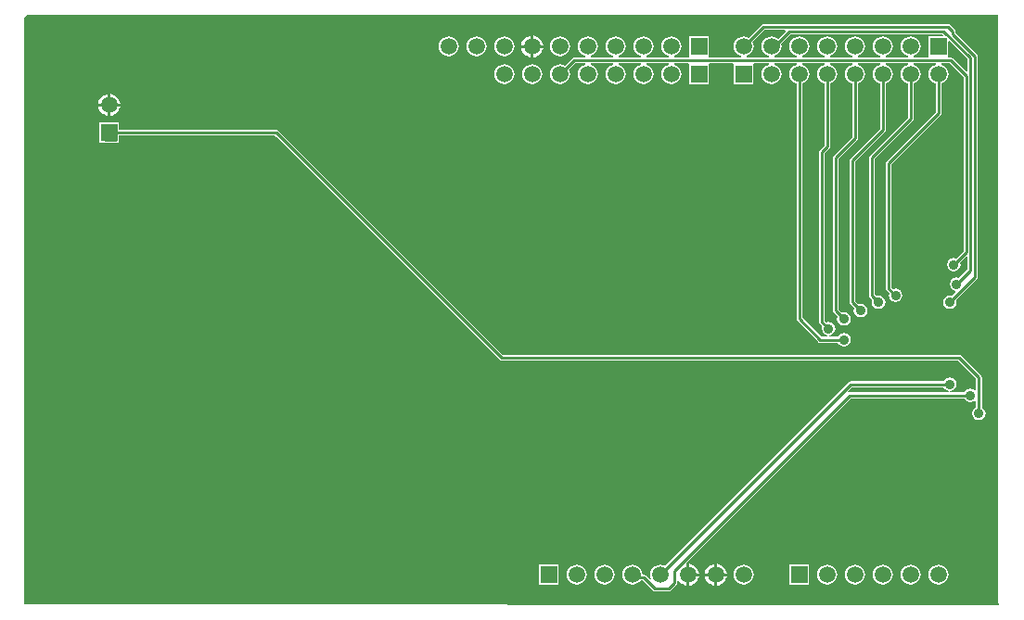
<source format=gbl>
G04*
G04 #@! TF.GenerationSoftware,Altium Limited,Altium Designer,20.1.12 (249)*
G04*
G04 Layer_Physical_Order=2*
G04 Layer_Color=16711680*
%FSLAX25Y25*%
%MOIN*%
G70*
G04*
G04 #@! TF.SameCoordinates,4F675399-67DD-4CB6-B460-1E4A0243881F*
G04*
G04*
G04 #@! TF.FilePolarity,Positive*
G04*
G01*
G75*
%ADD20C,0.00900*%
%ADD21R,0.05906X0.05906*%
%ADD22C,0.05906*%
%ADD23R,0.05906X0.05906*%
%ADD24C,0.03600*%
G36*
X622500Y209500D02*
X623000Y209000D01*
X622500Y208500D01*
X272500Y209000D01*
X272498Y419998D01*
X273500Y421000D01*
X622500D01*
Y209500D01*
D02*
G37*
%LPC*%
G36*
X604500Y417571D02*
X538000D01*
X537590Y417489D01*
X537243Y417257D01*
X537243Y417257D01*
X532649Y412663D01*
X531927Y412961D01*
X531000Y413083D01*
X530072Y412961D01*
X529208Y412603D01*
X528466Y412034D01*
X527897Y411292D01*
X527539Y410428D01*
X527417Y409500D01*
X527539Y408573D01*
X527897Y407708D01*
X528466Y406966D01*
X529208Y406397D01*
X530072Y406039D01*
X529959Y405571D01*
X518851D01*
X518553Y405947D01*
X518553Y406071D01*
Y413053D01*
X511447D01*
Y406071D01*
X511447Y405947D01*
X511150Y405571D01*
X506040D01*
X505928Y406039D01*
X506792Y406397D01*
X507534Y406966D01*
X508103Y407708D01*
X508461Y408573D01*
X508583Y409500D01*
X508461Y410428D01*
X508103Y411292D01*
X507534Y412034D01*
X506792Y412603D01*
X505928Y412961D01*
X505000Y413083D01*
X504073Y412961D01*
X503208Y412603D01*
X502466Y412034D01*
X501897Y411292D01*
X501539Y410428D01*
X501417Y409500D01*
X501539Y408573D01*
X501897Y407708D01*
X502466Y406966D01*
X503208Y406397D01*
X504073Y406039D01*
X503960Y405571D01*
X496040D01*
X495927Y406039D01*
X496792Y406397D01*
X497534Y406966D01*
X498103Y407708D01*
X498461Y408573D01*
X498583Y409500D01*
X498461Y410428D01*
X498103Y411292D01*
X497534Y412034D01*
X496792Y412603D01*
X495927Y412961D01*
X495000Y413083D01*
X494072Y412961D01*
X493208Y412603D01*
X492466Y412034D01*
X491897Y411292D01*
X491539Y410428D01*
X491417Y409500D01*
X491539Y408573D01*
X491897Y407708D01*
X492466Y406966D01*
X493208Y406397D01*
X494072Y406039D01*
X493960Y405571D01*
X486040D01*
X485927Y406039D01*
X486792Y406397D01*
X487534Y406966D01*
X488103Y407708D01*
X488461Y408573D01*
X488583Y409500D01*
X488461Y410428D01*
X488103Y411292D01*
X487534Y412034D01*
X486792Y412603D01*
X485927Y412961D01*
X485000Y413083D01*
X484072Y412961D01*
X483208Y412603D01*
X482466Y412034D01*
X481897Y411292D01*
X481539Y410428D01*
X481417Y409500D01*
X481539Y408573D01*
X481897Y407708D01*
X482466Y406966D01*
X483208Y406397D01*
X484072Y406039D01*
X483959Y405571D01*
X476041D01*
X475927Y406039D01*
X476792Y406397D01*
X477534Y406966D01*
X478103Y407708D01*
X478461Y408573D01*
X478583Y409500D01*
X478461Y410428D01*
X478103Y411292D01*
X477534Y412034D01*
X476792Y412603D01*
X475927Y412961D01*
X475000Y413083D01*
X474073Y412961D01*
X473208Y412603D01*
X472466Y412034D01*
X471897Y411292D01*
X471539Y410428D01*
X471417Y409500D01*
X471539Y408573D01*
X471897Y407708D01*
X472466Y406966D01*
X473208Y406397D01*
X474073Y406039D01*
X473959Y405571D01*
X470000D01*
X470000Y405571D01*
X469590Y405489D01*
X469243Y405257D01*
X466649Y402663D01*
X465928Y402961D01*
X465000Y403083D01*
X464073Y402961D01*
X463208Y402603D01*
X462466Y402034D01*
X461897Y401292D01*
X461539Y400427D01*
X461417Y399500D01*
X461539Y398573D01*
X461897Y397708D01*
X462466Y396966D01*
X463208Y396397D01*
X464073Y396039D01*
X465000Y395917D01*
X465928Y396039D01*
X466792Y396397D01*
X467534Y396966D01*
X468103Y397708D01*
X468461Y398573D01*
X468583Y399500D01*
X468461Y400427D01*
X468163Y401149D01*
X470443Y403429D01*
X473959D01*
X474073Y402961D01*
X473208Y402603D01*
X472466Y402034D01*
X471897Y401292D01*
X471539Y400427D01*
X471417Y399500D01*
X471539Y398573D01*
X471897Y397708D01*
X472466Y396966D01*
X473208Y396397D01*
X474073Y396039D01*
X475000Y395917D01*
X475927Y396039D01*
X476792Y396397D01*
X477534Y396966D01*
X478103Y397708D01*
X478461Y398573D01*
X478583Y399500D01*
X478461Y400427D01*
X478103Y401292D01*
X477534Y402034D01*
X476792Y402603D01*
X475927Y402961D01*
X476041Y403429D01*
X483959D01*
X484072Y402961D01*
X483208Y402603D01*
X482466Y402034D01*
X481897Y401292D01*
X481539Y400427D01*
X481417Y399500D01*
X481539Y398573D01*
X481897Y397708D01*
X482466Y396966D01*
X483208Y396397D01*
X484072Y396039D01*
X485000Y395917D01*
X485927Y396039D01*
X486792Y396397D01*
X487534Y396966D01*
X488103Y397708D01*
X488461Y398573D01*
X488583Y399500D01*
X488461Y400427D01*
X488103Y401292D01*
X487534Y402034D01*
X486792Y402603D01*
X485927Y402961D01*
X486040Y403429D01*
X493960D01*
X494072Y402961D01*
X493208Y402603D01*
X492466Y402034D01*
X491897Y401292D01*
X491539Y400427D01*
X491417Y399500D01*
X491539Y398573D01*
X491897Y397708D01*
X492466Y396966D01*
X493208Y396397D01*
X494072Y396039D01*
X495000Y395917D01*
X495927Y396039D01*
X496792Y396397D01*
X497534Y396966D01*
X498103Y397708D01*
X498461Y398573D01*
X498583Y399500D01*
X498461Y400427D01*
X498103Y401292D01*
X497534Y402034D01*
X496792Y402603D01*
X495927Y402961D01*
X496040Y403429D01*
X503960D01*
X504073Y402961D01*
X503208Y402603D01*
X502466Y402034D01*
X501897Y401292D01*
X501539Y400427D01*
X501417Y399500D01*
X501539Y398573D01*
X501897Y397708D01*
X502466Y396966D01*
X503208Y396397D01*
X504073Y396039D01*
X505000Y395917D01*
X505928Y396039D01*
X506792Y396397D01*
X507534Y396966D01*
X508103Y397708D01*
X508461Y398573D01*
X508583Y399500D01*
X508461Y400427D01*
X508103Y401292D01*
X507534Y402034D01*
X506792Y402603D01*
X505928Y402961D01*
X506040Y403429D01*
X511150D01*
X511447Y403053D01*
X511447Y402929D01*
Y395947D01*
X518553D01*
Y402929D01*
X518553Y403053D01*
X518851Y403429D01*
X527149D01*
X527447Y403053D01*
X527447Y402929D01*
Y395947D01*
X534553D01*
Y402929D01*
X534553Y403053D01*
X534851Y403429D01*
X539959D01*
X540072Y402961D01*
X539208Y402603D01*
X538466Y402034D01*
X537897Y401292D01*
X537539Y400427D01*
X537417Y399500D01*
X537539Y398573D01*
X537897Y397708D01*
X538466Y396966D01*
X539208Y396397D01*
X540072Y396039D01*
X541000Y395917D01*
X541927Y396039D01*
X542792Y396397D01*
X543534Y396966D01*
X544103Y397708D01*
X544461Y398573D01*
X544583Y399500D01*
X544461Y400427D01*
X544103Y401292D01*
X543534Y402034D01*
X542792Y402603D01*
X541927Y402961D01*
X542040Y403429D01*
X549960D01*
X550072Y402961D01*
X549208Y402603D01*
X548466Y402034D01*
X547897Y401292D01*
X547539Y400427D01*
X547417Y399500D01*
X547539Y398573D01*
X547897Y397708D01*
X548466Y396966D01*
X549208Y396397D01*
X549929Y396098D01*
Y311500D01*
X550011Y311090D01*
X550243Y310743D01*
X557743Y303243D01*
X558090Y303011D01*
X558500Y302929D01*
X564829D01*
X565270Y302270D01*
X566064Y301739D01*
X567000Y301553D01*
X567936Y301739D01*
X568730Y302270D01*
X569261Y303064D01*
X569447Y304000D01*
X569261Y304936D01*
X568730Y305730D01*
X567936Y306261D01*
X567000Y306447D01*
X566064Y306261D01*
X565270Y305730D01*
X564829Y305071D01*
X561865D01*
X561823Y305107D01*
X561856Y305430D01*
X561965Y305646D01*
X562436Y305739D01*
X563230Y306270D01*
X563761Y307064D01*
X563947Y308000D01*
X563761Y308936D01*
X563230Y309730D01*
X562436Y310261D01*
X561500Y310447D01*
X560722Y310292D01*
X560071Y310943D01*
Y371057D01*
X561757Y372743D01*
X561989Y373090D01*
X562071Y373500D01*
X562071Y373500D01*
Y396098D01*
X562792Y396397D01*
X563534Y396966D01*
X564103Y397708D01*
X564461Y398573D01*
X564583Y399500D01*
X564461Y400427D01*
X564103Y401292D01*
X563534Y402034D01*
X562792Y402603D01*
X561928Y402961D01*
X562041Y403429D01*
X569959D01*
X570073Y402961D01*
X569208Y402603D01*
X568466Y402034D01*
X567897Y401292D01*
X567539Y400427D01*
X567417Y399500D01*
X567539Y398573D01*
X567897Y397708D01*
X568466Y396966D01*
X569208Y396397D01*
X569929Y396098D01*
Y376943D01*
X563243Y370257D01*
X563011Y369910D01*
X562929Y369500D01*
Y314500D01*
X563011Y314090D01*
X563243Y313743D01*
X564708Y312278D01*
X564553Y311500D01*
X564739Y310564D01*
X565270Y309770D01*
X566064Y309239D01*
X567000Y309053D01*
X567936Y309239D01*
X568730Y309770D01*
X569261Y310564D01*
X569447Y311500D01*
X569261Y312436D01*
X568730Y313230D01*
X567936Y313761D01*
X567000Y313947D01*
X566222Y313792D01*
X565071Y314943D01*
Y369057D01*
X571757Y375743D01*
X571757Y375743D01*
X571989Y376090D01*
X572071Y376500D01*
Y396098D01*
X572792Y396397D01*
X573534Y396966D01*
X574103Y397708D01*
X574461Y398573D01*
X574583Y399500D01*
X574461Y400427D01*
X574103Y401292D01*
X573534Y402034D01*
X572792Y402603D01*
X571927Y402961D01*
X572041Y403429D01*
X579959D01*
X580072Y402961D01*
X579208Y402603D01*
X578466Y402034D01*
X577897Y401292D01*
X577539Y400427D01*
X577417Y399500D01*
X577539Y398573D01*
X577897Y397708D01*
X578466Y396966D01*
X579208Y396397D01*
X579929Y396098D01*
Y379943D01*
X569243Y369257D01*
X569011Y368910D01*
X568929Y368500D01*
Y317500D01*
X569011Y317090D01*
X569243Y316743D01*
X570708Y315278D01*
X570553Y314500D01*
X570739Y313564D01*
X571270Y312770D01*
X572064Y312239D01*
X573000Y312053D01*
X573936Y312239D01*
X574730Y312770D01*
X575261Y313564D01*
X575447Y314500D01*
X575261Y315436D01*
X574730Y316230D01*
X573936Y316761D01*
X573000Y316947D01*
X572222Y316792D01*
X571071Y317943D01*
Y368057D01*
X581757Y378743D01*
X581989Y379090D01*
X582071Y379500D01*
Y396098D01*
X582792Y396397D01*
X583534Y396966D01*
X584103Y397708D01*
X584461Y398573D01*
X584583Y399500D01*
X584461Y400427D01*
X584103Y401292D01*
X583534Y402034D01*
X582792Y402603D01*
X581927Y402961D01*
X582041Y403429D01*
X589959D01*
X590072Y402961D01*
X589208Y402603D01*
X588466Y402034D01*
X587897Y401292D01*
X587539Y400427D01*
X587417Y399500D01*
X587539Y398573D01*
X587897Y397708D01*
X588466Y396966D01*
X589208Y396397D01*
X589929Y396098D01*
Y383943D01*
X576243Y370257D01*
X576011Y369910D01*
X575929Y369500D01*
Y319990D01*
X576011Y319581D01*
X576243Y319233D01*
X577198Y318278D01*
X577043Y317500D01*
X577230Y316564D01*
X577760Y315770D01*
X578554Y315239D01*
X579490Y315053D01*
X580427Y315239D01*
X581221Y315770D01*
X581751Y316564D01*
X581938Y317500D01*
X581751Y318436D01*
X581221Y319230D01*
X580427Y319761D01*
X579490Y319947D01*
X578712Y319792D01*
X578071Y320434D01*
Y369057D01*
X591757Y382743D01*
X591989Y383090D01*
X592071Y383500D01*
Y396098D01*
X592792Y396397D01*
X593534Y396966D01*
X594103Y397708D01*
X594461Y398573D01*
X594583Y399500D01*
X594461Y400427D01*
X594103Y401292D01*
X593534Y402034D01*
X592792Y402603D01*
X591927Y402961D01*
X592040Y403429D01*
X599960D01*
X600072Y402961D01*
X599208Y402603D01*
X598466Y402034D01*
X597897Y401292D01*
X597539Y400427D01*
X597417Y399500D01*
X597539Y398573D01*
X597897Y397708D01*
X598466Y396966D01*
X599208Y396397D01*
X599929Y396098D01*
Y385943D01*
X582243Y368257D01*
X582011Y367910D01*
X581929Y367500D01*
Y322500D01*
X582011Y322090D01*
X582243Y321743D01*
X583312Y320674D01*
X583178Y320000D01*
X583364Y319064D01*
X583895Y318270D01*
X584689Y317739D01*
X585625Y317553D01*
X586562Y317739D01*
X587356Y318270D01*
X587886Y319064D01*
X588072Y320000D01*
X587886Y320936D01*
X587356Y321730D01*
X586562Y322261D01*
X585625Y322447D01*
X584743Y322271D01*
X584071Y322943D01*
Y367057D01*
X601757Y384743D01*
X601757Y384743D01*
X601989Y385090D01*
X602071Y385500D01*
Y396098D01*
X602792Y396397D01*
X603534Y396966D01*
X604103Y397708D01*
X604461Y398573D01*
X604583Y399500D01*
X604461Y400427D01*
X604103Y401292D01*
X603534Y402034D01*
X602792Y402603D01*
X601928Y402961D01*
X602040Y403429D01*
X605029D01*
X609929Y398529D01*
Y335943D01*
X607278Y333292D01*
X606500Y333447D01*
X605564Y333261D01*
X604770Y332730D01*
X604239Y331936D01*
X604053Y331000D01*
X604239Y330064D01*
X604770Y329270D01*
X605564Y328739D01*
X606500Y328553D01*
X607436Y328739D01*
X608230Y329270D01*
X608761Y330064D01*
X608947Y331000D01*
X608792Y331778D01*
X610967Y333953D01*
X611429Y333762D01*
Y329443D01*
X608278Y326292D01*
X607500Y326447D01*
X606564Y326261D01*
X605770Y325730D01*
X605239Y324936D01*
X605053Y324000D01*
X605239Y323064D01*
X605770Y322270D01*
X606564Y321739D01*
X606968Y321659D01*
X607133Y321116D01*
X605809Y319792D01*
X605030Y319947D01*
X604094Y319761D01*
X603300Y319230D01*
X602770Y318436D01*
X602584Y317500D01*
X602770Y316564D01*
X603300Y315770D01*
X604094Y315239D01*
X605030Y315053D01*
X605967Y315239D01*
X606761Y315770D01*
X607291Y316564D01*
X607478Y317500D01*
X607323Y318278D01*
X614757Y325712D01*
X614989Y326060D01*
X615071Y326469D01*
Y406012D01*
X614989Y406422D01*
X614757Y406769D01*
X607071Y414455D01*
Y415000D01*
X606989Y415410D01*
X606757Y415757D01*
X605257Y417257D01*
X604910Y417489D01*
X604500Y417571D01*
D02*
G37*
G36*
X455500Y413421D02*
Y410000D01*
X458921D01*
X458851Y410532D01*
X458453Y411493D01*
X457819Y412319D01*
X456993Y412953D01*
X456032Y413351D01*
X455500Y413421D01*
D02*
G37*
G36*
X454500D02*
X453968Y413351D01*
X453007Y412953D01*
X452181Y412319D01*
X451547Y411493D01*
X451149Y410532D01*
X451079Y410000D01*
X454500D01*
Y413421D01*
D02*
G37*
G36*
X465000Y413083D02*
X464073Y412961D01*
X463208Y412603D01*
X462466Y412034D01*
X461897Y411292D01*
X461539Y410428D01*
X461417Y409500D01*
X461539Y408573D01*
X461897Y407708D01*
X462466Y406966D01*
X463208Y406397D01*
X464073Y406039D01*
X465000Y405917D01*
X465928Y406039D01*
X466792Y406397D01*
X467534Y406966D01*
X468103Y407708D01*
X468461Y408573D01*
X468583Y409500D01*
X468461Y410428D01*
X468103Y411292D01*
X467534Y412034D01*
X466792Y412603D01*
X465928Y412961D01*
X465000Y413083D01*
D02*
G37*
G36*
X445000D02*
X444072Y412961D01*
X443208Y412603D01*
X442466Y412034D01*
X441897Y411292D01*
X441539Y410428D01*
X441417Y409500D01*
X441539Y408573D01*
X441897Y407708D01*
X442466Y406966D01*
X443208Y406397D01*
X444072Y406039D01*
X445000Y405917D01*
X445927Y406039D01*
X446792Y406397D01*
X447534Y406966D01*
X448103Y407708D01*
X448461Y408573D01*
X448583Y409500D01*
X448461Y410428D01*
X448103Y411292D01*
X447534Y412034D01*
X446792Y412603D01*
X445927Y412961D01*
X445000Y413083D01*
D02*
G37*
G36*
X435000D02*
X434072Y412961D01*
X433208Y412603D01*
X432466Y412034D01*
X431897Y411292D01*
X431539Y410428D01*
X431417Y409500D01*
X431539Y408573D01*
X431897Y407708D01*
X432466Y406966D01*
X433208Y406397D01*
X434072Y406039D01*
X435000Y405917D01*
X435927Y406039D01*
X436792Y406397D01*
X437534Y406966D01*
X438103Y407708D01*
X438461Y408573D01*
X438583Y409500D01*
X438461Y410428D01*
X438103Y411292D01*
X437534Y412034D01*
X436792Y412603D01*
X435927Y412961D01*
X435000Y413083D01*
D02*
G37*
G36*
X425000D02*
X424073Y412961D01*
X423208Y412603D01*
X422466Y412034D01*
X421897Y411292D01*
X421539Y410428D01*
X421417Y409500D01*
X421539Y408573D01*
X421897Y407708D01*
X422466Y406966D01*
X423208Y406397D01*
X424073Y406039D01*
X425000Y405917D01*
X425927Y406039D01*
X426792Y406397D01*
X427534Y406966D01*
X428103Y407708D01*
X428461Y408573D01*
X428583Y409500D01*
X428461Y410428D01*
X428103Y411292D01*
X427534Y412034D01*
X426792Y412603D01*
X425927Y412961D01*
X425000Y413083D01*
D02*
G37*
G36*
X458921Y409000D02*
X455500D01*
Y405579D01*
X456032Y405649D01*
X456993Y406047D01*
X457819Y406681D01*
X458453Y407507D01*
X458851Y408468D01*
X458921Y409000D01*
D02*
G37*
G36*
X454500D02*
X451079D01*
X451149Y408468D01*
X451547Y407507D01*
X452181Y406681D01*
X453007Y406047D01*
X453968Y405649D01*
X454500Y405579D01*
Y409000D01*
D02*
G37*
G36*
X455000Y403083D02*
X454073Y402961D01*
X453208Y402603D01*
X452466Y402034D01*
X451897Y401292D01*
X451539Y400427D01*
X451417Y399500D01*
X451539Y398573D01*
X451897Y397708D01*
X452466Y396966D01*
X453208Y396397D01*
X454073Y396039D01*
X455000Y395917D01*
X455928Y396039D01*
X456792Y396397D01*
X457534Y396966D01*
X458103Y397708D01*
X458461Y398573D01*
X458583Y399500D01*
X458461Y400427D01*
X458103Y401292D01*
X457534Y402034D01*
X456792Y402603D01*
X455928Y402961D01*
X455000Y403083D01*
D02*
G37*
G36*
X445000D02*
X444072Y402961D01*
X443208Y402603D01*
X442466Y402034D01*
X441897Y401292D01*
X441539Y400427D01*
X441417Y399500D01*
X441539Y398573D01*
X441897Y397708D01*
X442466Y396966D01*
X443208Y396397D01*
X444072Y396039D01*
X445000Y395917D01*
X445927Y396039D01*
X446792Y396397D01*
X447534Y396966D01*
X448103Y397708D01*
X448461Y398573D01*
X448583Y399500D01*
X448461Y400427D01*
X448103Y401292D01*
X447534Y402034D01*
X446792Y402603D01*
X445927Y402961D01*
X445000Y403083D01*
D02*
G37*
G36*
X303500Y392421D02*
Y389000D01*
X306921D01*
X306851Y389532D01*
X306453Y390493D01*
X305819Y391319D01*
X304993Y391953D01*
X304032Y392351D01*
X303500Y392421D01*
D02*
G37*
G36*
X302500D02*
X301968Y392351D01*
X301007Y391953D01*
X300181Y391319D01*
X299547Y390493D01*
X299149Y389532D01*
X299079Y389000D01*
X302500D01*
Y392421D01*
D02*
G37*
G36*
X306921Y388000D02*
X303500D01*
Y384579D01*
X304032Y384649D01*
X304993Y385047D01*
X305819Y385681D01*
X306453Y386507D01*
X306851Y387468D01*
X306921Y388000D01*
D02*
G37*
G36*
X302500D02*
X299079D01*
X299149Y387468D01*
X299547Y386507D01*
X300181Y385681D01*
X301007Y385047D01*
X301968Y384649D01*
X302500Y384579D01*
Y388000D01*
D02*
G37*
G36*
X306553Y382053D02*
X299447D01*
Y374947D01*
X301410D01*
X301500Y374929D01*
X305500D01*
X305590Y374947D01*
X306553D01*
Y375910D01*
X306571Y376000D01*
X306553Y376090D01*
Y377429D01*
X362557D01*
X443243Y296743D01*
X443590Y296511D01*
X444000Y296429D01*
X608056D01*
X614429Y290057D01*
Y286214D01*
X613929Y285947D01*
X613436Y286276D01*
X612500Y286462D01*
X611564Y286276D01*
X610770Y285746D01*
X610329Y285086D01*
X605288D01*
X605266Y285096D01*
X605169Y285587D01*
X605309Y285614D01*
X605936Y285739D01*
X606730Y286270D01*
X607261Y287064D01*
X607447Y288000D01*
X607261Y288936D01*
X606730Y289730D01*
X605936Y290261D01*
X605000Y290447D01*
X604064Y290261D01*
X603270Y289730D01*
X602829Y289071D01*
X569500D01*
X569090Y288989D01*
X568743Y288757D01*
X502649Y222663D01*
X501928Y222961D01*
X501000Y223083D01*
X500072Y222961D01*
X499208Y222603D01*
X498466Y222034D01*
X497897Y221292D01*
X497539Y220427D01*
X497417Y219500D01*
X497539Y218573D01*
X497689Y218209D01*
X497265Y217926D01*
X495892Y219299D01*
X495545Y219531D01*
X495135Y219613D01*
X494569D01*
X494461Y220427D01*
X494103Y221292D01*
X493534Y222034D01*
X492792Y222603D01*
X491927Y222961D01*
X491000Y223083D01*
X490072Y222961D01*
X489208Y222603D01*
X488466Y222034D01*
X487897Y221292D01*
X487539Y220427D01*
X487417Y219500D01*
X487539Y218573D01*
X487897Y217708D01*
X488466Y216966D01*
X489208Y216397D01*
X490072Y216039D01*
X491000Y215917D01*
X491927Y216039D01*
X492792Y216397D01*
X493534Y216966D01*
X493922Y217472D01*
X494692D01*
X498420Y213743D01*
X498768Y213511D01*
X499177Y213429D01*
X504000D01*
X504410Y213511D01*
X504757Y213743D01*
X506757Y215743D01*
X506989Y216090D01*
X507071Y216500D01*
X507071Y216500D01*
Y217225D01*
X507518Y217479D01*
X507571Y217476D01*
X508181Y216681D01*
X509007Y216047D01*
X509968Y215649D01*
X510500Y215579D01*
Y219500D01*
Y223775D01*
X510430Y223916D01*
X569459Y282945D01*
X610329D01*
X610770Y282285D01*
X611564Y281754D01*
X612500Y281568D01*
X613436Y281754D01*
X613929Y282084D01*
X614429Y281817D01*
Y279671D01*
X613770Y279230D01*
X613239Y278436D01*
X613053Y277500D01*
X613239Y276564D01*
X613770Y275770D01*
X614564Y275239D01*
X615500Y275053D01*
X616436Y275239D01*
X617230Y275770D01*
X617761Y276564D01*
X617947Y277500D01*
X617761Y278436D01*
X617230Y279230D01*
X616571Y279671D01*
Y290500D01*
X616489Y290910D01*
X616257Y291257D01*
X616257Y291257D01*
X609257Y298257D01*
X608910Y298489D01*
X608500Y298571D01*
X444444D01*
X363757Y379257D01*
X363410Y379489D01*
X363000Y379571D01*
X306553D01*
Y382053D01*
D02*
G37*
G36*
X521500Y223421D02*
Y220000D01*
X524921D01*
X524851Y220532D01*
X524453Y221493D01*
X523819Y222319D01*
X522993Y222953D01*
X522032Y223351D01*
X521500Y223421D01*
D02*
G37*
G36*
X520500D02*
X519968Y223351D01*
X519007Y222953D01*
X518181Y222319D01*
X517547Y221493D01*
X517149Y220532D01*
X517079Y220000D01*
X520500D01*
Y223421D01*
D02*
G37*
G36*
X511500D02*
Y220000D01*
X514921D01*
X514851Y220532D01*
X514453Y221493D01*
X513819Y222319D01*
X512993Y222953D01*
X512032Y223351D01*
X511500Y223421D01*
D02*
G37*
G36*
X554553Y223053D02*
X547447D01*
Y215947D01*
X554553D01*
Y223053D01*
D02*
G37*
G36*
X464553D02*
X457447D01*
Y215947D01*
X464553D01*
Y223053D01*
D02*
G37*
G36*
X601000Y223083D02*
X600072Y222961D01*
X599208Y222603D01*
X598466Y222034D01*
X597897Y221292D01*
X597539Y220427D01*
X597417Y219500D01*
X597539Y218573D01*
X597897Y217708D01*
X598466Y216966D01*
X599208Y216397D01*
X600072Y216039D01*
X601000Y215917D01*
X601928Y216039D01*
X602792Y216397D01*
X603534Y216966D01*
X604103Y217708D01*
X604461Y218573D01*
X604583Y219500D01*
X604461Y220427D01*
X604103Y221292D01*
X603534Y222034D01*
X602792Y222603D01*
X601928Y222961D01*
X601000Y223083D01*
D02*
G37*
G36*
X591000D02*
X590072Y222961D01*
X589208Y222603D01*
X588466Y222034D01*
X587897Y221292D01*
X587539Y220427D01*
X587417Y219500D01*
X587539Y218573D01*
X587897Y217708D01*
X588466Y216966D01*
X589208Y216397D01*
X590072Y216039D01*
X591000Y215917D01*
X591927Y216039D01*
X592792Y216397D01*
X593534Y216966D01*
X594103Y217708D01*
X594461Y218573D01*
X594583Y219500D01*
X594461Y220427D01*
X594103Y221292D01*
X593534Y222034D01*
X592792Y222603D01*
X591927Y222961D01*
X591000Y223083D01*
D02*
G37*
G36*
X581000D02*
X580072Y222961D01*
X579208Y222603D01*
X578466Y222034D01*
X577897Y221292D01*
X577539Y220427D01*
X577417Y219500D01*
X577539Y218573D01*
X577897Y217708D01*
X578466Y216966D01*
X579208Y216397D01*
X580072Y216039D01*
X581000Y215917D01*
X581927Y216039D01*
X582792Y216397D01*
X583534Y216966D01*
X584103Y217708D01*
X584461Y218573D01*
X584583Y219500D01*
X584461Y220427D01*
X584103Y221292D01*
X583534Y222034D01*
X582792Y222603D01*
X581927Y222961D01*
X581000Y223083D01*
D02*
G37*
G36*
X571000D02*
X570073Y222961D01*
X569208Y222603D01*
X568466Y222034D01*
X567897Y221292D01*
X567539Y220427D01*
X567417Y219500D01*
X567539Y218573D01*
X567897Y217708D01*
X568466Y216966D01*
X569208Y216397D01*
X570073Y216039D01*
X571000Y215917D01*
X571927Y216039D01*
X572792Y216397D01*
X573534Y216966D01*
X574103Y217708D01*
X574461Y218573D01*
X574583Y219500D01*
X574461Y220427D01*
X574103Y221292D01*
X573534Y222034D01*
X572792Y222603D01*
X571927Y222961D01*
X571000Y223083D01*
D02*
G37*
G36*
X561000D02*
X560073Y222961D01*
X559208Y222603D01*
X558466Y222034D01*
X557897Y221292D01*
X557539Y220427D01*
X557417Y219500D01*
X557539Y218573D01*
X557897Y217708D01*
X558466Y216966D01*
X559208Y216397D01*
X560073Y216039D01*
X561000Y215917D01*
X561928Y216039D01*
X562792Y216397D01*
X563534Y216966D01*
X564103Y217708D01*
X564461Y218573D01*
X564583Y219500D01*
X564461Y220427D01*
X564103Y221292D01*
X563534Y222034D01*
X562792Y222603D01*
X561928Y222961D01*
X561000Y223083D01*
D02*
G37*
G36*
X531000D02*
X530072Y222961D01*
X529208Y222603D01*
X528466Y222034D01*
X527897Y221292D01*
X527539Y220427D01*
X527417Y219500D01*
X527539Y218573D01*
X527897Y217708D01*
X528466Y216966D01*
X529208Y216397D01*
X530072Y216039D01*
X531000Y215917D01*
X531927Y216039D01*
X532792Y216397D01*
X533534Y216966D01*
X534103Y217708D01*
X534461Y218573D01*
X534583Y219500D01*
X534461Y220427D01*
X534103Y221292D01*
X533534Y222034D01*
X532792Y222603D01*
X531927Y222961D01*
X531000Y223083D01*
D02*
G37*
G36*
X481000D02*
X480072Y222961D01*
X479208Y222603D01*
X478466Y222034D01*
X477897Y221292D01*
X477539Y220427D01*
X477417Y219500D01*
X477539Y218573D01*
X477897Y217708D01*
X478466Y216966D01*
X479208Y216397D01*
X480072Y216039D01*
X481000Y215917D01*
X481927Y216039D01*
X482792Y216397D01*
X483534Y216966D01*
X484103Y217708D01*
X484461Y218573D01*
X484583Y219500D01*
X484461Y220427D01*
X484103Y221292D01*
X483534Y222034D01*
X482792Y222603D01*
X481927Y222961D01*
X481000Y223083D01*
D02*
G37*
G36*
X471000D02*
X470073Y222961D01*
X469208Y222603D01*
X468466Y222034D01*
X467897Y221292D01*
X467539Y220427D01*
X467417Y219500D01*
X467539Y218573D01*
X467897Y217708D01*
X468466Y216966D01*
X469208Y216397D01*
X470073Y216039D01*
X471000Y215917D01*
X471927Y216039D01*
X472792Y216397D01*
X473534Y216966D01*
X474103Y217708D01*
X474461Y218573D01*
X474583Y219500D01*
X474461Y220427D01*
X474103Y221292D01*
X473534Y222034D01*
X472792Y222603D01*
X471927Y222961D01*
X471000Y223083D01*
D02*
G37*
G36*
X524921Y219000D02*
X521500D01*
Y215579D01*
X522032Y215649D01*
X522993Y216047D01*
X523819Y216681D01*
X524453Y217507D01*
X524851Y218468D01*
X524921Y219000D01*
D02*
G37*
G36*
X520500D02*
X517079D01*
X517149Y218468D01*
X517547Y217507D01*
X518181Y216681D01*
X519007Y216047D01*
X519968Y215649D01*
X520500Y215579D01*
Y219000D01*
D02*
G37*
G36*
X514921D02*
X511500D01*
Y215579D01*
X512032Y215649D01*
X512993Y216047D01*
X513819Y216681D01*
X514453Y217507D01*
X514851Y218468D01*
X514921Y219000D01*
D02*
G37*
%LPD*%
G36*
X545954Y414967D02*
X543243Y412257D01*
X542792Y412603D01*
X541927Y412961D01*
X541000Y413083D01*
X540072Y412961D01*
X539208Y412603D01*
X538466Y412034D01*
X537897Y411292D01*
X537539Y410428D01*
X537417Y409500D01*
X537539Y408573D01*
X537897Y407708D01*
X538466Y406966D01*
X539208Y406397D01*
X540072Y406039D01*
X539959Y405571D01*
X532041D01*
X531927Y406039D01*
X532792Y406397D01*
X533534Y406966D01*
X534103Y407708D01*
X534461Y408573D01*
X534583Y409500D01*
X534461Y410428D01*
X534163Y411149D01*
X538443Y415429D01*
X545762D01*
X545954Y414967D01*
D02*
G37*
G36*
X602862Y413515D02*
X602670Y413053D01*
X597447D01*
Y405947D01*
X597150Y405571D01*
X592040D01*
X591927Y406039D01*
X592792Y406397D01*
X593534Y406966D01*
X594103Y407708D01*
X594461Y408573D01*
X594583Y409500D01*
X594461Y410428D01*
X594103Y411292D01*
X593534Y412034D01*
X592792Y412603D01*
X591927Y412961D01*
X591000Y413083D01*
X590072Y412961D01*
X589208Y412603D01*
X588466Y412034D01*
X587897Y411292D01*
X587539Y410428D01*
X587417Y409500D01*
X587539Y408573D01*
X587897Y407708D01*
X588466Y406966D01*
X589208Y406397D01*
X590072Y406039D01*
X589959Y405571D01*
X582041D01*
X581927Y406039D01*
X582792Y406397D01*
X583534Y406966D01*
X584103Y407708D01*
X584461Y408573D01*
X584583Y409500D01*
X584461Y410428D01*
X584103Y411292D01*
X583534Y412034D01*
X582792Y412603D01*
X581927Y412961D01*
X581000Y413083D01*
X580072Y412961D01*
X579208Y412603D01*
X578466Y412034D01*
X577897Y411292D01*
X577539Y410428D01*
X577417Y409500D01*
X577539Y408573D01*
X577897Y407708D01*
X578466Y406966D01*
X579208Y406397D01*
X580072Y406039D01*
X579959Y405571D01*
X572041D01*
X571927Y406039D01*
X572792Y406397D01*
X573534Y406966D01*
X574103Y407708D01*
X574461Y408573D01*
X574583Y409500D01*
X574461Y410428D01*
X574103Y411292D01*
X573534Y412034D01*
X572792Y412603D01*
X571927Y412961D01*
X571000Y413083D01*
X570073Y412961D01*
X569208Y412603D01*
X568466Y412034D01*
X567897Y411292D01*
X567539Y410428D01*
X567417Y409500D01*
X567539Y408573D01*
X567897Y407708D01*
X568466Y406966D01*
X569208Y406397D01*
X570073Y406039D01*
X569959Y405571D01*
X562041D01*
X561928Y406039D01*
X562792Y406397D01*
X563534Y406966D01*
X564103Y407708D01*
X564461Y408573D01*
X564583Y409500D01*
X564461Y410428D01*
X564103Y411292D01*
X563534Y412034D01*
X562792Y412603D01*
X561928Y412961D01*
X561000Y413083D01*
X560073Y412961D01*
X559208Y412603D01*
X558466Y412034D01*
X557897Y411292D01*
X557539Y410428D01*
X557417Y409500D01*
X557539Y408573D01*
X557897Y407708D01*
X558466Y406966D01*
X559208Y406397D01*
X560073Y406039D01*
X559960Y405571D01*
X552040D01*
X551928Y406039D01*
X552792Y406397D01*
X553534Y406966D01*
X554103Y407708D01*
X554461Y408573D01*
X554583Y409500D01*
X554461Y410428D01*
X554103Y411292D01*
X553534Y412034D01*
X552792Y412603D01*
X551928Y412961D01*
X551000Y413083D01*
X550072Y412961D01*
X549208Y412603D01*
X548466Y412034D01*
X547897Y411292D01*
X547539Y410428D01*
X547417Y409500D01*
X547539Y408573D01*
X547897Y407708D01*
X548466Y406966D01*
X549208Y406397D01*
X550072Y406039D01*
X549960Y405571D01*
X542040D01*
X541927Y406039D01*
X542792Y406397D01*
X543534Y406966D01*
X544103Y407708D01*
X544461Y408573D01*
X544583Y409500D01*
X544461Y410428D01*
X544455Y410441D01*
X547943Y413929D01*
X602447D01*
X602862Y413515D01*
D02*
G37*
G36*
X611429Y404947D02*
Y400711D01*
X610967Y400519D01*
X606230Y405257D01*
X605883Y405489D01*
X605473Y405571D01*
X604850D01*
X604553Y405947D01*
Y411170D01*
X605015Y411362D01*
X611429Y404947D01*
D02*
G37*
G36*
X560073Y402961D02*
X559208Y402603D01*
X558466Y402034D01*
X557897Y401292D01*
X557539Y400427D01*
X557417Y399500D01*
X557539Y398573D01*
X557897Y397708D01*
X558466Y396966D01*
X559208Y396397D01*
X559929Y396098D01*
Y373943D01*
X558243Y372257D01*
X558011Y371910D01*
X557929Y371500D01*
Y310500D01*
X558011Y310090D01*
X558243Y309743D01*
X559208Y308778D01*
X559053Y308000D01*
X559239Y307064D01*
X559770Y306270D01*
X560564Y305739D01*
X561035Y305646D01*
X561144Y305430D01*
X561177Y305107D01*
X561135Y305071D01*
X558944D01*
X552071Y311943D01*
Y396098D01*
X552792Y396397D01*
X553534Y396966D01*
X554103Y397708D01*
X554461Y398573D01*
X554583Y399500D01*
X554461Y400427D01*
X554103Y401292D01*
X553534Y402034D01*
X552792Y402603D01*
X551928Y402961D01*
X552040Y403429D01*
X559960D01*
X560073Y402961D01*
D02*
G37*
G36*
X603270Y286270D02*
X604064Y285739D01*
X604691Y285614D01*
X604831Y285587D01*
X604734Y285096D01*
X604712Y285086D01*
X569015D01*
X568755Y285034D01*
X568509Y285495D01*
X569944Y286929D01*
X602829D01*
X603270Y286270D01*
D02*
G37*
D20*
X506000Y216500D02*
Y221000D01*
X569015Y284015D01*
X612500D01*
X499177Y214500D02*
X504000D01*
X506000Y216500D01*
X301500Y376000D02*
X305500D01*
X304500Y377000D02*
X305500Y376000D01*
X303000Y378500D02*
X363000D01*
X444000Y297500D02*
X608500D01*
X363000Y378500D02*
X444000Y297500D01*
X608500D02*
X615500Y290500D01*
Y277500D02*
Y290500D01*
X569500Y288000D02*
X605000D01*
X501000Y219500D02*
X569500Y288000D01*
X491000Y219500D02*
X491958Y218542D01*
X495135D01*
X499177Y214500D01*
X606500Y331000D02*
X611000Y335500D01*
X470000Y404500D02*
X605473D01*
X611000Y398973D01*
Y335500D02*
Y398973D01*
X612500Y329000D02*
Y405390D01*
X606000Y414012D02*
X614000Y406012D01*
Y326469D02*
Y406012D01*
X607500Y324000D02*
X612500Y329000D01*
X605030Y317500D02*
X614000Y326469D01*
X602890Y415000D02*
X612500Y405390D01*
X465000Y399500D02*
X470000Y404500D01*
X604500Y416500D02*
X606000Y415000D01*
X538000Y416500D02*
X604500D01*
X547500Y415000D02*
X602890D01*
X606000Y414012D02*
Y415000D01*
X531000Y409500D02*
X538000Y416500D01*
X541000Y409500D02*
X542000D01*
X547500Y415000D01*
X558500Y304000D02*
X567000D01*
X551000Y311500D02*
X558500Y304000D01*
X551000Y311500D02*
Y399500D01*
X559000Y310500D02*
X561500Y308000D01*
X559000Y371500D02*
X561000Y373500D01*
X559000Y310500D02*
Y371500D01*
X561000Y373500D02*
Y399500D01*
X564000Y314500D02*
Y369500D01*
Y314500D02*
X567000Y311500D01*
X571000Y376500D02*
Y399500D01*
X564000Y369500D02*
X571000Y376500D01*
X581000Y379500D02*
Y399500D01*
X570000Y317500D02*
Y368500D01*
X581000Y379500D01*
X570000Y317500D02*
X573000Y314500D01*
X585500Y320000D02*
X585625D01*
X583000Y322500D02*
X585500Y320000D01*
X577000Y319990D02*
X579490Y317500D01*
X577000Y319990D02*
Y369500D01*
X591000Y383500D01*
X583000Y322500D02*
Y367500D01*
X601000Y385500D01*
X591000Y383500D02*
Y399500D01*
X601000Y385500D02*
Y399500D01*
D21*
X515000Y409500D02*
D03*
X531000Y399500D02*
D03*
X601000Y409500D02*
D03*
X461000Y219500D02*
D03*
X551000D02*
D03*
X515000Y399500D02*
D03*
D22*
X505000Y409500D02*
D03*
X485000D02*
D03*
X475000D02*
D03*
X465000D02*
D03*
X455000D02*
D03*
X445000D02*
D03*
X435000D02*
D03*
X425000D02*
D03*
X495000D02*
D03*
X541000Y399500D02*
D03*
X551000D02*
D03*
X561000D02*
D03*
X571000D02*
D03*
X581000D02*
D03*
X591000D02*
D03*
X601000D02*
D03*
X531000Y409500D02*
D03*
X541000D02*
D03*
X551000D02*
D03*
X561000D02*
D03*
X571000D02*
D03*
X581000D02*
D03*
X591000D02*
D03*
X531000Y219500D02*
D03*
X521000D02*
D03*
X511000D02*
D03*
X501000D02*
D03*
X491000D02*
D03*
X481000D02*
D03*
X471000D02*
D03*
X601000D02*
D03*
X591000D02*
D03*
X581000D02*
D03*
X571000D02*
D03*
X561000D02*
D03*
X505000Y399500D02*
D03*
X495000D02*
D03*
X485000D02*
D03*
X475000D02*
D03*
X465000D02*
D03*
X455000D02*
D03*
X445000D02*
D03*
X303000Y388500D02*
D03*
D23*
Y378500D02*
D03*
D24*
X615500Y277500D02*
D03*
X612500Y284015D02*
D03*
X605000Y288000D02*
D03*
X561500Y308000D02*
D03*
X579490Y317500D02*
D03*
X606500Y331000D02*
D03*
X573000Y314500D02*
D03*
X605030Y317500D02*
D03*
X607500Y324000D02*
D03*
X567000Y311500D02*
D03*
X585625Y320000D02*
D03*
X567000Y304000D02*
D03*
M02*

</source>
